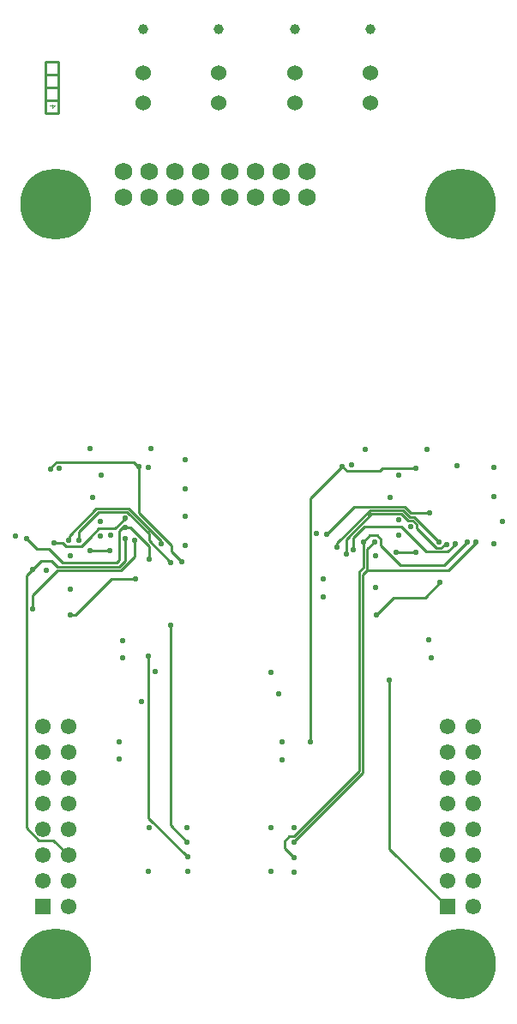
<source format=gbl>
G04*
G04 #@! TF.GenerationSoftware,Altium Limited,Altium Designer,21.4.1 (30)*
G04*
G04 Layer_Physical_Order=4*
G04 Layer_Color=16711680*
%FSLAX25Y25*%
%MOIN*%
G70*
G04*
G04 #@! TF.SameCoordinates,7EEB5CCF-43E0-40BE-B5BA-AD8CC80F1960*
G04*
G04*
G04 #@! TF.FilePolarity,Positive*
G04*
G01*
G75*
%ADD12C,0.01000*%
%ADD38C,0.03937*%
%ADD40C,0.00400*%
%ADD41C,0.06890*%
%ADD42C,0.06102*%
%ADD43R,0.06102X0.06102*%
%ADD44C,0.06000*%
%ADD45C,0.27559*%
%ADD46C,0.02165*%
D12*
X15731Y355500D02*
Y360500D01*
Y365500D02*
X20731D01*
X15731Y355500D02*
X20731D01*
Y360500D01*
X15731D02*
X20731D01*
X15731Y350500D02*
Y355500D01*
Y360500D02*
Y365500D01*
Y370500D01*
X20731Y350500D02*
Y355500D01*
Y360500D02*
Y365500D01*
Y370500D01*
X15731D02*
X20731D01*
X15731Y350500D02*
X20731D01*
X140843Y180943D02*
X143800Y183900D01*
X140843Y172900D02*
Y180943D01*
X139108Y171165D02*
X140843Y172900D01*
X172470D01*
X153843Y174649D02*
X170849D01*
X146183Y182310D02*
X153843Y174649D01*
X146183Y182310D02*
Y184887D01*
X149482Y130000D02*
X149536Y129946D01*
Y64558D02*
Y129946D01*
Y64558D02*
X172165Y41929D01*
X144378Y155400D02*
X151085Y162106D01*
X163327D01*
X169221Y168000D01*
X152095Y179767D02*
X159772D01*
X144787Y186283D02*
X146183Y184887D01*
X170849Y174649D02*
X179900Y183700D01*
X172470Y172900D02*
X183000Y183430D01*
X153981Y189917D02*
X163881Y180017D01*
X139817Y189917D02*
X153981D01*
X163881Y180017D02*
X172287D01*
X135300Y185400D02*
X139817Y189917D01*
X154187Y194683D02*
X156853Y192016D01*
X158621D01*
X160017Y189239D02*
X167838Y181417D01*
X160017Y189239D02*
Y190621D01*
X142603Y194683D02*
X154187D01*
X132700Y184780D02*
X142603Y194683D01*
X154767Y196083D02*
X157433Y193417D01*
X159209D01*
X168713Y183913D01*
X142023Y196083D02*
X154767D01*
X129200Y183260D02*
X142023Y196083D01*
X135683Y197483D02*
X155347D01*
X125000Y186800D02*
X135683Y197483D01*
X157629Y195200D02*
X165100D01*
X155347Y197483D02*
X157629Y195200D01*
X158621Y192016D02*
X160017Y190621D01*
X172287Y180017D02*
X175100Y182830D01*
X167838Y181417D02*
X169587D01*
X139108Y94082D02*
Y171165D01*
X137708Y94661D02*
Y172259D01*
X112503Y69457D02*
X137708Y94661D01*
X110624Y69457D02*
X112503D01*
X112351Y67325D02*
X139108Y94082D01*
X112351Y67074D02*
Y67325D01*
X25316Y155400D02*
X27385D01*
X41385Y169400D01*
X50744D01*
X33131Y180403D02*
X40797D01*
X44465Y176899D02*
Y188257D01*
X43487Y175920D02*
X44465Y176899D01*
X22400Y175920D02*
X43487D01*
X17203Y181117D02*
X22400Y175920D01*
X44465Y188257D02*
X45732Y189524D01*
X29763Y182117D02*
X33131Y185486D01*
X23934Y182117D02*
X29763D01*
X20411Y172788D02*
X45147D01*
X10784Y163162D02*
X20411Y172788D01*
X10784Y157745D02*
Y163162D01*
X18173Y176548D02*
X20533Y174188D01*
X45147Y172788D02*
X50554Y178195D01*
Y184332D01*
X46848Y176470D02*
Y185150D01*
X44567Y174188D02*
X46848Y176470D01*
X20533Y174188D02*
X44567D01*
X12383Y181117D02*
X17203D01*
X22552Y183500D02*
X23934Y182117D01*
X8500Y185000D02*
X12383Y181117D01*
X137708Y172259D02*
X139300Y173851D01*
Y183900D01*
X25000Y184500D02*
Y186126D01*
X48731Y189524D02*
X56012Y182243D01*
Y177000D02*
Y182243D01*
X14092Y176548D02*
X18173D01*
X10744Y173200D02*
X14092Y176548D01*
X36401Y195320D02*
X47624D01*
X28959Y187877D02*
X36401Y195320D01*
X28959Y184683D02*
Y187877D01*
X35593Y196720D02*
X48204D01*
X25000Y186126D02*
X35593Y196720D01*
X60688Y183047D02*
Y184236D01*
X48204Y196720D02*
X60688Y184236D01*
X52100Y195148D02*
X64769Y182480D01*
X52100Y195148D02*
Y213100D01*
X64769Y180031D02*
Y182480D01*
X47624Y195320D02*
X55982Y186962D01*
X33131Y185486D02*
Y185547D01*
X36597Y189012D01*
X8317Y170773D02*
X10744Y173200D01*
X64769Y180031D02*
X68700Y176100D01*
X55982Y184318D02*
Y186962D01*
Y184318D02*
X64600Y175700D01*
X118632Y106184D02*
Y200632D01*
Y106184D02*
X118858Y105958D01*
X55794Y76445D02*
X70969Y61271D01*
X55794Y76445D02*
Y139322D01*
X64500Y73617D02*
X70924Y67194D01*
X64500Y73617D02*
Y151500D01*
X108709Y67542D02*
X110624Y69457D01*
X108709Y64817D02*
Y67542D01*
Y64817D02*
X112351Y61174D01*
X8317Y72709D02*
Y170773D01*
Y72709D02*
X13219Y67807D01*
X46637Y192737D02*
Y192937D01*
X42912Y189012D02*
X46637Y192737D01*
X70924Y67084D02*
Y67194D01*
X46818Y189524D02*
X48731D01*
X45732D02*
X46818D01*
X19100Y183500D02*
X22552D01*
X28776Y184500D02*
X28959Y184683D01*
X36597Y189012D02*
X42912D01*
X51785Y213100D02*
X52100D01*
X50202Y214683D02*
X51785Y213100D01*
X171070Y182900D02*
X171800D01*
X169587Y181417D02*
X171070Y182900D01*
X139300Y183900D02*
X141683Y186283D01*
X118632Y200632D02*
X131100Y213100D01*
X183000Y183430D02*
Y183800D01*
X175100Y182830D02*
Y183000D01*
X141683Y186283D02*
X144787D01*
X129200Y181800D02*
Y183260D01*
X135300Y180800D02*
Y185400D01*
X132700Y179200D02*
Y184780D01*
X129200Y181800D02*
X129300Y181700D01*
X132700Y179200D02*
X133000Y179500D01*
X143800Y184100D02*
Y184200D01*
X145747Y211317D02*
X146830Y212400D01*
X132970Y211317D02*
X145747D01*
X131100Y213100D02*
X131187D01*
X132970Y211317D01*
X146830Y212400D02*
X159800D01*
X18617Y213287D02*
X20013Y214683D01*
X17800Y212100D02*
Y212415D01*
X20013Y214683D02*
X50202D01*
X18807Y67807D02*
X24685Y61929D01*
X18617Y213233D02*
Y213287D01*
X17800Y212415D02*
X18617Y213233D01*
X13219Y67807D02*
X18807D01*
D38*
X112644Y383100D02*
D03*
X83243D02*
D03*
X53842D02*
D03*
X142045D02*
D03*
D40*
X17331Y353399D02*
X19331D01*
X18331Y352400D01*
Y353732D01*
D41*
X107362Y327835D02*
D03*
Y317835D02*
D03*
X97362D02*
D03*
Y327835D02*
D03*
X87362Y317835D02*
D03*
Y327835D02*
D03*
X117362D02*
D03*
Y317835D02*
D03*
X66024Y327835D02*
D03*
Y317835D02*
D03*
X56024D02*
D03*
Y327835D02*
D03*
X46024Y317835D02*
D03*
Y327835D02*
D03*
X76024D02*
D03*
Y317835D02*
D03*
D42*
X172165Y51929D02*
D03*
Y61929D02*
D03*
Y71929D02*
D03*
Y81929D02*
D03*
Y91929D02*
D03*
Y101929D02*
D03*
Y111929D02*
D03*
X182165Y41929D02*
D03*
Y51929D02*
D03*
Y61929D02*
D03*
Y71929D02*
D03*
Y81929D02*
D03*
Y91929D02*
D03*
Y101929D02*
D03*
Y111929D02*
D03*
X14685Y51929D02*
D03*
Y61929D02*
D03*
Y71929D02*
D03*
Y81929D02*
D03*
Y91929D02*
D03*
Y101929D02*
D03*
Y111929D02*
D03*
X24685Y41929D02*
D03*
Y51929D02*
D03*
Y61929D02*
D03*
Y71929D02*
D03*
Y81929D02*
D03*
Y91929D02*
D03*
Y101929D02*
D03*
Y111929D02*
D03*
D43*
X172165Y41929D02*
D03*
X14685D02*
D03*
D44*
X112644Y366100D02*
D03*
Y354301D02*
D03*
X83243Y366100D02*
D03*
Y354301D02*
D03*
X53842Y366100D02*
D03*
Y354301D02*
D03*
X142045Y366100D02*
D03*
Y354301D02*
D03*
D45*
X19685Y314961D02*
D03*
X177165D02*
D03*
X19685Y19685D02*
D03*
X177165D02*
D03*
D46*
X45915Y138840D02*
D03*
X25316Y165488D02*
D03*
Y178512D02*
D03*
X45915Y145516D02*
D03*
X144103Y178371D02*
D03*
X149482Y130000D02*
D03*
X144378Y155400D02*
D03*
X169221Y168000D02*
D03*
X164890Y145762D02*
D03*
X159772Y179767D02*
D03*
X152095D02*
D03*
X165679Y138792D02*
D03*
X144103Y166000D02*
D03*
X25316Y155400D02*
D03*
X50744Y169400D02*
D03*
X40797Y180403D02*
D03*
X33120D02*
D03*
X56012Y177000D02*
D03*
X60688Y183047D02*
D03*
X118858Y105958D02*
D03*
X10784Y157745D02*
D03*
X46848Y185150D02*
D03*
X46637Y192937D02*
D03*
X70000Y215854D02*
D03*
X70059Y182273D02*
D03*
X55886Y55759D02*
D03*
X56051Y72705D02*
D03*
X70924Y67194D02*
D03*
X58550Y133324D02*
D03*
X50554Y184332D02*
D03*
X28776Y184500D02*
D03*
X37100Y191854D02*
D03*
X24921Y184500D02*
D03*
X41000Y186500D02*
D03*
X37100Y186146D02*
D03*
X46818Y189524D02*
D03*
X64600Y175700D02*
D03*
X168713Y183913D02*
D03*
X153200Y192300D02*
D03*
X139300Y183900D02*
D03*
X125000Y186800D02*
D03*
X165100Y195200D02*
D03*
X143800Y183900D02*
D03*
X175100Y183000D02*
D03*
X171800Y182900D02*
D03*
X183000Y183800D02*
D03*
X179900Y183700D02*
D03*
X112351Y61174D02*
D03*
Y67074D02*
D03*
X129200Y181800D02*
D03*
X132700Y179200D02*
D03*
X135300Y180800D02*
D03*
X153200Y209900D02*
D03*
X193400Y191900D02*
D03*
X190100Y212700D02*
D03*
X123700Y169400D02*
D03*
Y162500D02*
D03*
X103523Y133098D02*
D03*
X106323Y124599D02*
D03*
X107800Y99200D02*
D03*
Y106000D02*
D03*
X103351Y72674D02*
D03*
Y55619D02*
D03*
X112351Y55574D02*
D03*
Y72674D02*
D03*
X175900Y213400D02*
D03*
X190100Y183000D02*
D03*
X134900Y213700D02*
D03*
X131100Y213100D02*
D03*
X159800Y212400D02*
D03*
X190100Y201300D02*
D03*
X157634Y189634D02*
D03*
X56785Y220215D02*
D03*
X70059Y193600D02*
D03*
X52100Y213100D02*
D03*
X55900Y212800D02*
D03*
X163974Y219715D02*
D03*
X140274D02*
D03*
X153200Y186546D02*
D03*
X149900Y201200D02*
D03*
X121015Y187085D02*
D03*
X10744Y173200D02*
D03*
X17800Y212100D02*
D03*
X21000Y212300D02*
D03*
X34000Y201000D02*
D03*
X70769Y72705D02*
D03*
X19100Y183500D02*
D03*
X16256Y172900D02*
D03*
X70969Y61271D02*
D03*
Y55759D02*
D03*
X53039Y121622D02*
D03*
X68700Y176100D02*
D03*
X37300Y209854D02*
D03*
X64500Y151500D02*
D03*
X55794Y139322D02*
D03*
X8500Y185000D02*
D03*
X44500Y106000D02*
D03*
X33085Y220215D02*
D03*
X44500Y99290D02*
D03*
X4000Y186000D02*
D03*
X70000Y204354D02*
D03*
M02*

</source>
